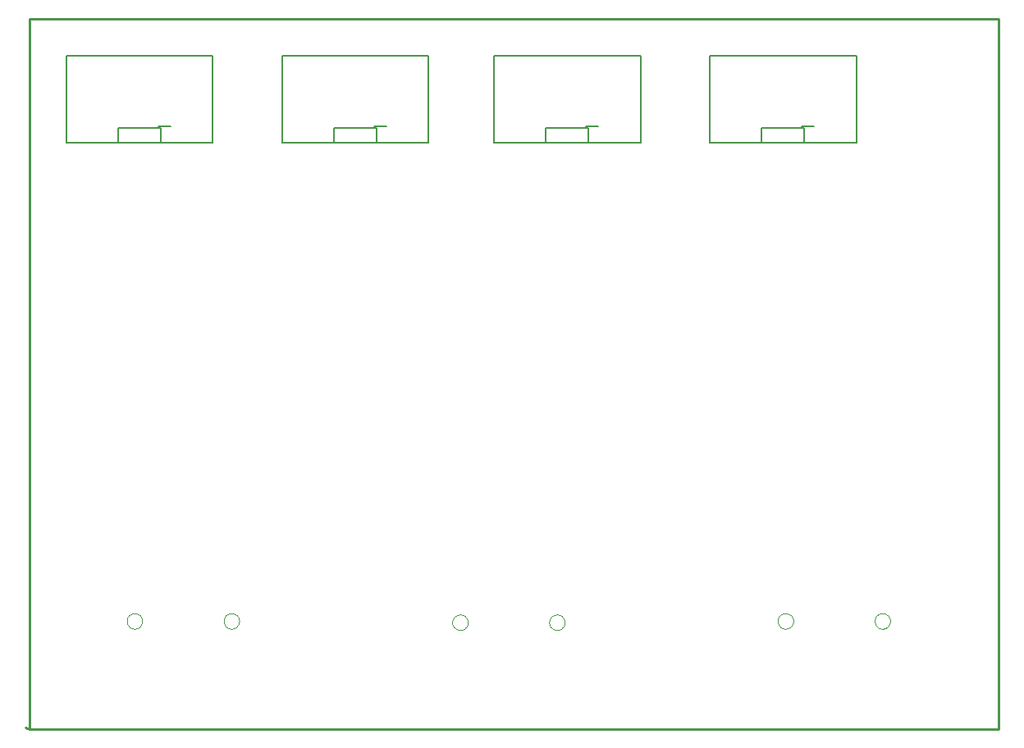
<source format=gbo>
G75*
G70*
%OFA0B0*%
%FSLAX24Y24*%
%IPPOS*%
%LPD*%
%AMOC8*
5,1,8,0,0,1.08239X$1,22.5*
%
%ADD10C,0.0100*%
%ADD11C,0.0080*%
%ADD12C,0.0000*%
D10*
X000304Y002050D02*
X000304Y030914D01*
X039674Y030914D01*
X039674Y002050D01*
X000304Y002050D01*
X000150Y002101D01*
D11*
X001802Y025871D02*
X001802Y029414D01*
X007755Y029414D01*
X007755Y029374D02*
X007755Y025871D01*
X005645Y025871D01*
X005645Y026461D01*
X003913Y026461D01*
X003913Y025871D01*
X005645Y025871D01*
X005529Y026550D02*
X006029Y026550D01*
X003913Y025871D02*
X001802Y025871D01*
X010566Y025871D02*
X010566Y029414D01*
X016519Y029414D01*
X016519Y029374D02*
X016519Y025871D01*
X014409Y025871D01*
X014409Y026461D01*
X012676Y026461D01*
X012676Y025871D01*
X014409Y025871D01*
X014293Y026550D02*
X014793Y026550D01*
X012676Y025871D02*
X010566Y025871D01*
X019176Y025871D02*
X019176Y029414D01*
X025129Y029414D01*
X025129Y029374D02*
X025129Y025871D01*
X023019Y025871D01*
X023019Y026461D01*
X021286Y026461D01*
X021286Y025871D01*
X023019Y025871D01*
X022903Y026550D02*
X023403Y026550D01*
X021286Y025871D02*
X019176Y025871D01*
X027940Y025871D02*
X027940Y029414D01*
X033893Y029414D01*
X033893Y029374D02*
X033893Y025871D01*
X031782Y025871D01*
X031782Y026461D01*
X030050Y026461D01*
X030050Y025871D01*
X031782Y025871D01*
X031666Y026550D02*
X032166Y026550D01*
X030050Y025871D02*
X027940Y025871D01*
D12*
X030705Y006436D02*
X030707Y006471D01*
X030713Y006506D01*
X030723Y006540D01*
X030736Y006573D01*
X030753Y006604D01*
X030774Y006632D01*
X030797Y006659D01*
X030824Y006682D01*
X030852Y006703D01*
X030883Y006720D01*
X030916Y006733D01*
X030950Y006743D01*
X030985Y006749D01*
X031020Y006751D01*
X031055Y006749D01*
X031090Y006743D01*
X031124Y006733D01*
X031157Y006720D01*
X031188Y006703D01*
X031216Y006682D01*
X031243Y006659D01*
X031266Y006632D01*
X031287Y006604D01*
X031304Y006573D01*
X031317Y006540D01*
X031327Y006506D01*
X031333Y006471D01*
X031335Y006436D01*
X031333Y006401D01*
X031327Y006366D01*
X031317Y006332D01*
X031304Y006299D01*
X031287Y006268D01*
X031266Y006240D01*
X031243Y006213D01*
X031216Y006190D01*
X031188Y006169D01*
X031157Y006152D01*
X031124Y006139D01*
X031090Y006129D01*
X031055Y006123D01*
X031020Y006121D01*
X030985Y006123D01*
X030950Y006129D01*
X030916Y006139D01*
X030883Y006152D01*
X030852Y006169D01*
X030824Y006190D01*
X030797Y006213D01*
X030774Y006240D01*
X030753Y006268D01*
X030736Y006299D01*
X030723Y006332D01*
X030713Y006366D01*
X030707Y006401D01*
X030705Y006436D01*
X034642Y006436D02*
X034644Y006471D01*
X034650Y006506D01*
X034660Y006540D01*
X034673Y006573D01*
X034690Y006604D01*
X034711Y006632D01*
X034734Y006659D01*
X034761Y006682D01*
X034789Y006703D01*
X034820Y006720D01*
X034853Y006733D01*
X034887Y006743D01*
X034922Y006749D01*
X034957Y006751D01*
X034992Y006749D01*
X035027Y006743D01*
X035061Y006733D01*
X035094Y006720D01*
X035125Y006703D01*
X035153Y006682D01*
X035180Y006659D01*
X035203Y006632D01*
X035224Y006604D01*
X035241Y006573D01*
X035254Y006540D01*
X035264Y006506D01*
X035270Y006471D01*
X035272Y006436D01*
X035270Y006401D01*
X035264Y006366D01*
X035254Y006332D01*
X035241Y006299D01*
X035224Y006268D01*
X035203Y006240D01*
X035180Y006213D01*
X035153Y006190D01*
X035125Y006169D01*
X035094Y006152D01*
X035061Y006139D01*
X035027Y006129D01*
X034992Y006123D01*
X034957Y006121D01*
X034922Y006123D01*
X034887Y006129D01*
X034853Y006139D01*
X034820Y006152D01*
X034789Y006169D01*
X034761Y006190D01*
X034734Y006213D01*
X034711Y006240D01*
X034690Y006268D01*
X034673Y006299D01*
X034660Y006332D01*
X034650Y006366D01*
X034644Y006401D01*
X034642Y006436D01*
X021420Y006385D02*
X021422Y006420D01*
X021428Y006455D01*
X021438Y006489D01*
X021451Y006522D01*
X021468Y006553D01*
X021489Y006581D01*
X021512Y006608D01*
X021539Y006631D01*
X021567Y006652D01*
X021598Y006669D01*
X021631Y006682D01*
X021665Y006692D01*
X021700Y006698D01*
X021735Y006700D01*
X021770Y006698D01*
X021805Y006692D01*
X021839Y006682D01*
X021872Y006669D01*
X021903Y006652D01*
X021931Y006631D01*
X021958Y006608D01*
X021981Y006581D01*
X022002Y006553D01*
X022019Y006522D01*
X022032Y006489D01*
X022042Y006455D01*
X022048Y006420D01*
X022050Y006385D01*
X022048Y006350D01*
X022042Y006315D01*
X022032Y006281D01*
X022019Y006248D01*
X022002Y006217D01*
X021981Y006189D01*
X021958Y006162D01*
X021931Y006139D01*
X021903Y006118D01*
X021872Y006101D01*
X021839Y006088D01*
X021805Y006078D01*
X021770Y006072D01*
X021735Y006070D01*
X021700Y006072D01*
X021665Y006078D01*
X021631Y006088D01*
X021598Y006101D01*
X021567Y006118D01*
X021539Y006139D01*
X021512Y006162D01*
X021489Y006189D01*
X021468Y006217D01*
X021451Y006248D01*
X021438Y006281D01*
X021428Y006315D01*
X021422Y006350D01*
X021420Y006385D01*
X017483Y006385D02*
X017485Y006420D01*
X017491Y006455D01*
X017501Y006489D01*
X017514Y006522D01*
X017531Y006553D01*
X017552Y006581D01*
X017575Y006608D01*
X017602Y006631D01*
X017630Y006652D01*
X017661Y006669D01*
X017694Y006682D01*
X017728Y006692D01*
X017763Y006698D01*
X017798Y006700D01*
X017833Y006698D01*
X017868Y006692D01*
X017902Y006682D01*
X017935Y006669D01*
X017966Y006652D01*
X017994Y006631D01*
X018021Y006608D01*
X018044Y006581D01*
X018065Y006553D01*
X018082Y006522D01*
X018095Y006489D01*
X018105Y006455D01*
X018111Y006420D01*
X018113Y006385D01*
X018111Y006350D01*
X018105Y006315D01*
X018095Y006281D01*
X018082Y006248D01*
X018065Y006217D01*
X018044Y006189D01*
X018021Y006162D01*
X017994Y006139D01*
X017966Y006118D01*
X017935Y006101D01*
X017902Y006088D01*
X017868Y006078D01*
X017833Y006072D01*
X017798Y006070D01*
X017763Y006072D01*
X017728Y006078D01*
X017694Y006088D01*
X017661Y006101D01*
X017630Y006118D01*
X017602Y006139D01*
X017575Y006162D01*
X017552Y006189D01*
X017531Y006217D01*
X017514Y006248D01*
X017501Y006281D01*
X017491Y006315D01*
X017485Y006350D01*
X017483Y006385D01*
X008197Y006436D02*
X008199Y006471D01*
X008205Y006506D01*
X008215Y006540D01*
X008228Y006573D01*
X008245Y006604D01*
X008266Y006632D01*
X008289Y006659D01*
X008316Y006682D01*
X008344Y006703D01*
X008375Y006720D01*
X008408Y006733D01*
X008442Y006743D01*
X008477Y006749D01*
X008512Y006751D01*
X008547Y006749D01*
X008582Y006743D01*
X008616Y006733D01*
X008649Y006720D01*
X008680Y006703D01*
X008708Y006682D01*
X008735Y006659D01*
X008758Y006632D01*
X008779Y006604D01*
X008796Y006573D01*
X008809Y006540D01*
X008819Y006506D01*
X008825Y006471D01*
X008827Y006436D01*
X008825Y006401D01*
X008819Y006366D01*
X008809Y006332D01*
X008796Y006299D01*
X008779Y006268D01*
X008758Y006240D01*
X008735Y006213D01*
X008708Y006190D01*
X008680Y006169D01*
X008649Y006152D01*
X008616Y006139D01*
X008582Y006129D01*
X008547Y006123D01*
X008512Y006121D01*
X008477Y006123D01*
X008442Y006129D01*
X008408Y006139D01*
X008375Y006152D01*
X008344Y006169D01*
X008316Y006190D01*
X008289Y006213D01*
X008266Y006240D01*
X008245Y006268D01*
X008228Y006299D01*
X008215Y006332D01*
X008205Y006366D01*
X008199Y006401D01*
X008197Y006436D01*
X004260Y006436D02*
X004262Y006471D01*
X004268Y006506D01*
X004278Y006540D01*
X004291Y006573D01*
X004308Y006604D01*
X004329Y006632D01*
X004352Y006659D01*
X004379Y006682D01*
X004407Y006703D01*
X004438Y006720D01*
X004471Y006733D01*
X004505Y006743D01*
X004540Y006749D01*
X004575Y006751D01*
X004610Y006749D01*
X004645Y006743D01*
X004679Y006733D01*
X004712Y006720D01*
X004743Y006703D01*
X004771Y006682D01*
X004798Y006659D01*
X004821Y006632D01*
X004842Y006604D01*
X004859Y006573D01*
X004872Y006540D01*
X004882Y006506D01*
X004888Y006471D01*
X004890Y006436D01*
X004888Y006401D01*
X004882Y006366D01*
X004872Y006332D01*
X004859Y006299D01*
X004842Y006268D01*
X004821Y006240D01*
X004798Y006213D01*
X004771Y006190D01*
X004743Y006169D01*
X004712Y006152D01*
X004679Y006139D01*
X004645Y006129D01*
X004610Y006123D01*
X004575Y006121D01*
X004540Y006123D01*
X004505Y006129D01*
X004471Y006139D01*
X004438Y006152D01*
X004407Y006169D01*
X004379Y006190D01*
X004352Y006213D01*
X004329Y006240D01*
X004308Y006268D01*
X004291Y006299D01*
X004278Y006332D01*
X004268Y006366D01*
X004262Y006401D01*
X004260Y006436D01*
M02*

</source>
